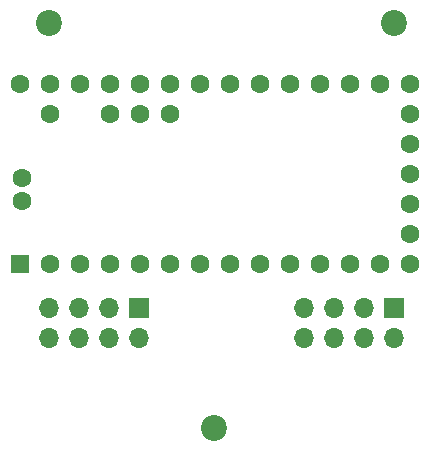
<source format=gbr>
%TF.GenerationSoftware,KiCad,Pcbnew,(5.1.10)-1*%
%TF.CreationDate,2021-05-17T00:39:45-05:00*%
%TF.ProjectId,mario2,6d617269-6f32-42e6-9b69-6361645f7063,rev?*%
%TF.SameCoordinates,Original*%
%TF.FileFunction,Soldermask,Top*%
%TF.FilePolarity,Negative*%
%FSLAX46Y46*%
G04 Gerber Fmt 4.6, Leading zero omitted, Abs format (unit mm)*
G04 Created by KiCad (PCBNEW (5.1.10)-1) date 2021-05-17 00:39:45*
%MOMM*%
%LPD*%
G01*
G04 APERTURE LIST*
%ADD10C,1.600000*%
%ADD11R,1.600000X1.600000*%
%ADD12C,2.200000*%
%ADD13R,1.700000X1.700000*%
%ADD14O,1.700000X1.700000*%
G04 APERTURE END LIST*
D10*
%TO.C,U1*%
X90422801Y-79831001D03*
X90422801Y-77849801D03*
D11*
X90245001Y-85165001D03*
D10*
X92785001Y-85165001D03*
X95325001Y-85165001D03*
X97865001Y-85165001D03*
X100405001Y-85165001D03*
X102945001Y-85165001D03*
X105485001Y-85165001D03*
X108025001Y-85165001D03*
X110565001Y-85165001D03*
X113105001Y-85165001D03*
X115645001Y-85165001D03*
X118185001Y-85165001D03*
X120725001Y-85165001D03*
X102945001Y-72465001D03*
X100405001Y-72465001D03*
X97865001Y-72465001D03*
X92785001Y-72465001D03*
X90245001Y-69925001D03*
X92785001Y-69925001D03*
X95325001Y-69925001D03*
X97865001Y-69925001D03*
X100405001Y-69925001D03*
X102945001Y-69925001D03*
X105485001Y-69925001D03*
X108025001Y-69925001D03*
X110565001Y-69925001D03*
X113105001Y-69925001D03*
X115645001Y-69925001D03*
X118185001Y-69925001D03*
X120725001Y-69925001D03*
X123265001Y-85165001D03*
X123265001Y-82625001D03*
X123265001Y-80085001D03*
X123265001Y-69925001D03*
X123265001Y-72465001D03*
X123265001Y-75005001D03*
X123265001Y-77545001D03*
%TD*%
D12*
%TO.C,REF\u002A\u002A*%
X106680000Y-99060000D03*
%TD*%
%TO.C,REF\u002A\u002A*%
X121920000Y-64770000D03*
%TD*%
%TO.C,REF\u002A\u002A*%
X92710000Y-64770000D03*
%TD*%
D13*
%TO.C,J1*%
X100330000Y-88900000D03*
D14*
X100330000Y-91440000D03*
X97790000Y-88900000D03*
X97790000Y-91440000D03*
X95250000Y-88900000D03*
X95250000Y-91440000D03*
X92710000Y-88900000D03*
X92710000Y-91440000D03*
%TD*%
%TO.C,J2*%
X114300000Y-91440000D03*
X114300000Y-88900000D03*
X116840000Y-91440000D03*
X116840000Y-88900000D03*
X119380000Y-91440000D03*
X119380000Y-88900000D03*
X121920000Y-91440000D03*
D13*
X121920000Y-88900000D03*
%TD*%
M02*

</source>
